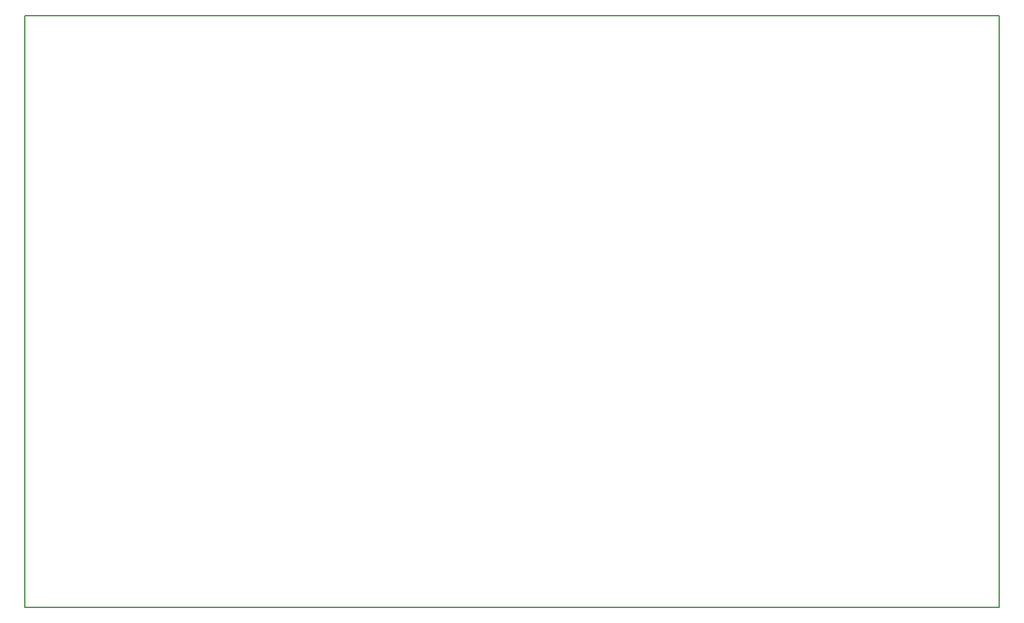
<source format=gbr>
%TF.GenerationSoftware,KiCad,Pcbnew,5.1.4+dfsg1-1*%
%TF.CreationDate,2019-12-07T14:51:34+10:00*%
%TF.ProjectId,ActuatorsExpanded,41637475-6174-46f7-9273-457870616e64,1*%
%TF.SameCoordinates,Original*%
%TF.FileFunction,Other,User*%
%FSLAX46Y46*%
G04 Gerber Fmt 4.6, Leading zero omitted, Abs format (unit mm)*
G04 Created by KiCad (PCBNEW 5.1.4+dfsg1-1) date 2019-12-07 14:51:34*
%MOMM*%
%LPD*%
G04 APERTURE LIST*
%ADD10C,0.150000*%
G04 APERTURE END LIST*
D10*
X78105000Y-127000000D02*
X78105000Y-50165000D01*
X204470000Y-127000000D02*
X78105000Y-127000000D01*
X204470000Y-50165000D02*
X204470000Y-127000000D01*
X78105000Y-50165000D02*
X204470000Y-50165000D01*
M02*

</source>
